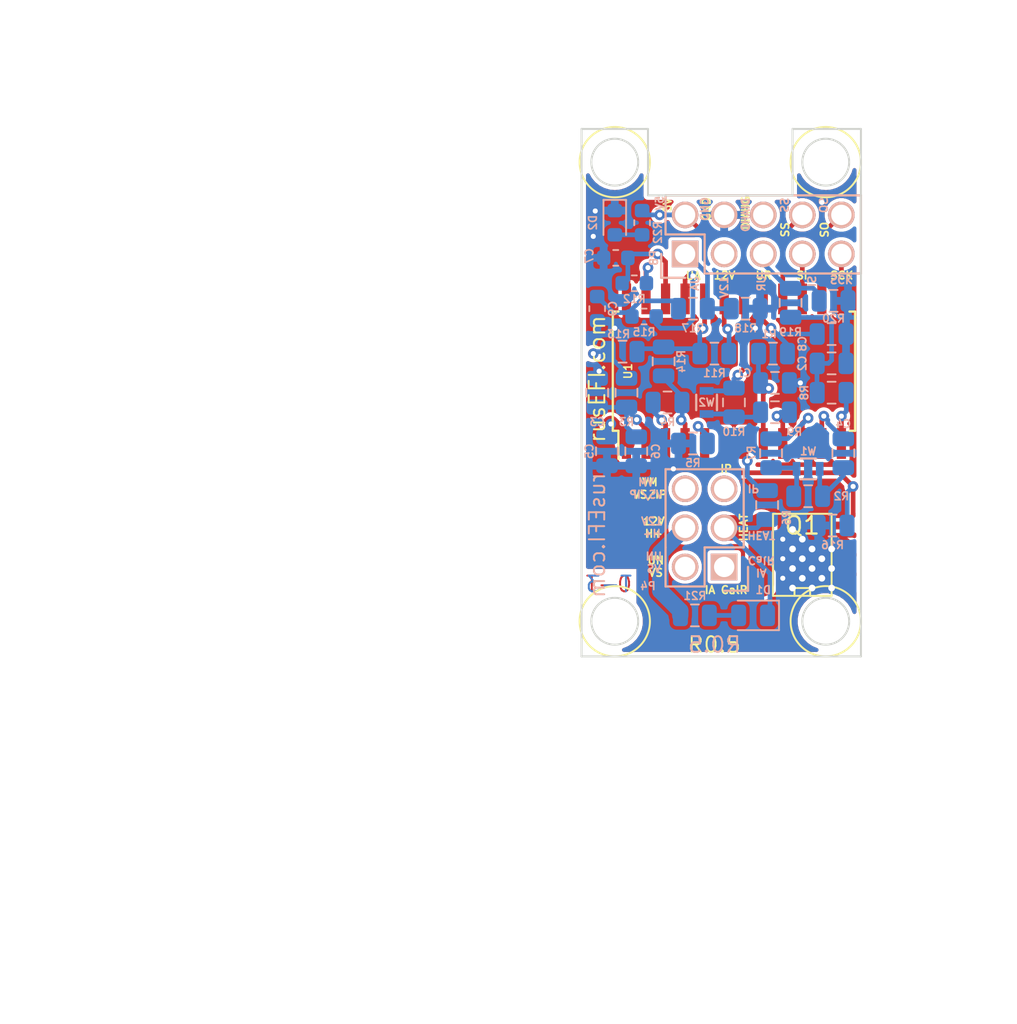
<source format=kicad_pcb>
(kicad_pcb (version 20171130) (host pcbnew "(5.1.5)-3")
  (title_block (title "CJ125 Wide O2 ") (date 2020-06-12) (rev R0.5) (company http://rusefi.com/))
  (layers (0 F.Cu signal) (1 PWR power) (2 GND power) (31 B.Cu signal) (34 B.Paste user) (35 F.Paste user) (36 B.SilkS user) (37 F.SilkS user) (38 B.Mask user) (39 F.Mask user) (44 Edge.Cuts user))
  (net 0 "")
  (net 1 GND)
  (net 2 /RST)
  (net 3 /CJ125_UR)
  (net 4 /UN)
  (net 5 "Net-(C4-Pad1)")
  (net 6 /CM)
  (net 7 /WO2-12V)
  (net 8 /CF)
  (net 9 /CJ125_5v)
  (net 10 /CJ125_UA)
  (net 11 /CJ125_IP)
  (net 12 /CJ125_HEATER)
  (net 13 /CJ125_IA)
  (net 14 /CJ125_VM)
  (net 15 /CJ125_UN)
  (net 16 /CJ125_SS)
  (net 17 /CJ125_SI)
  (net 18 /CJ125_SO)
  (net 19 /CJ125_SCK)
  (net 20 "Net-(R2-Pad1)")
  (net 21 /OSZ)
  (net 22 /DIAHD)
  (net 23 /RM)
  (net 24 /UR)
  (net 25 "Net-(R10-Pad2)")
  (net 26 /RS)
  (net 27 /UP)
  (net 28 /US)
  (net 29 /RF)
  (net 30 /UA)
  (net 31 /DIAHG)
  (net 32 "Net-(P8-Pad1)")
  (net 33 "Net-(P8-Pad5)")
  (net 34 "Net-(D1-Pad2)")
  (net 35 "Net-(D2-Pad2)")
  (module Resistor_SMD:R_0805_2012Metric (layer B.Cu) (at 118.745 136.525 180)
    (fp_text reference R21 (at 0 1.27) (layer B.SilkS) (effects (font (size 0.508 0.508) (thickness 0.1016)) (justify mirror)))
    (fp_text value 4.7k)
    (pad 2 smd roundrect (at 0.9375 0 180) (size 0.975 1.4) (layers B.Cu B.Paste B.Mask) (net 7 /WO2-12V))
    (pad 1 smd roundrect (at -0.9375 0 180) (size 0.975 1.4) (layers B.Cu B.Paste B.Mask) (net 34 "Net-(D1-Pad2)"))
  )
  (module Resistor_SMD:R_0805_2012Metric (layer B.Cu) (at 127.762 116.078)
    (fp_text reference R20 (at 0 1.143) (layer B.SilkS) (effects (font (size 0.508 0.508) (thickness 0.1016)) (justify mirror)))
    (fp_text value 10k)
    (pad 2 smd roundrect (at 0.9375 0) (size 0.975 1.4) (layers B.Cu B.Paste B.Mask) (net 1 GND))
    (pad 1 smd roundrect (at -0.9375 0) (size 0.975 1.4) (layers B.Cu B.Paste B.Mask) (net 33 "Net-(P8-Pad5)"))
  )
  (module Resistor_SMD:R_0805_2012Metric (layer B.Cu) (at 124.968 116.205 270)
    (fp_text reference R19 (at 1.905 0 180) (layer B.SilkS) (effects (font (size 0.508 0.508) (thickness 0.1016)) (justify mirror)))
    (fp_text value 6.8k)
    (pad 2 smd roundrect (at 0.9375 0 270) (size 0.975 1.4) (layers B.Cu B.Paste B.Mask) (net 3 /CJ125_UR))
    (pad 1 smd roundrect (at -0.9375 0 270) (size 0.975 1.4) (layers B.Cu B.Paste B.Mask) (net 33 "Net-(P8-Pad5)"))
  )
  (module Resistor_SMD:R_0805_2012Metric (layer B.Cu) (at 122.047 116.586)
    (fp_text reference R18 (at 0 1.27) (layer B.SilkS) (effects (font (size 0.508 0.508) (thickness 0.1016)) (justify mirror)))
    (fp_text value 10k)
    (pad 2 smd roundrect (at 0.9375 0) (size 0.975 1.4) (layers B.Cu B.Paste B.Mask) (net 1 GND))
    (pad 1 smd roundrect (at -0.9375 0) (size 0.975 1.4) (layers B.Cu B.Paste B.Mask) (net 32 "Net-(P8-Pad1)"))
  )
  (module Resistor_SMD:R_0805_2012Metric (layer B.Cu) (at 118.618 116.586 180)
    (fp_text reference R17 (at 0 -1.27) (layer B.SilkS) (effects (font (size 0.508 0.508) (thickness 0.1016)) (justify mirror)))
    (fp_text value 6.8k)
    (pad 2 smd roundrect (at 0.9375 0 180) (size 0.975 1.4) (layers B.Cu B.Paste B.Mask) (net 10 /CJ125_UA))
    (pad 1 smd roundrect (at -0.9375 0 180) (size 0.975 1.4) (layers B.Cu B.Paste B.Mask) (net 32 "Net-(P8-Pad1)"))
  )
  (module Resistor_SMD:R_0805_2012Metric (layer B.Cu) (at 127.6985 130.683)
    (fp_text reference R16 (at 0 1.27) (layer B.SilkS) (effects (font (size 0.508 0.508) (thickness 0.1016)) (justify mirror)))
    (fp_text value 10k)
    (pad 2 smd roundrect (at 0.9375 0) (size 0.975 1.4) (layers B.Cu B.Paste B.Mask) (net 31 /DIAHG))
    (pad 1 smd roundrect (at -0.9375 0) (size 0.975 1.4) (layers B.Cu B.Paste B.Mask) (net 1 GND))
  )
  (module Resistor_SMD:R_0805_2012Metric (layer B.Cu) (at 116.713 120.015 90)
    (fp_text reference R14 (at 0 1.143 90) (layer B.SilkS) (effects (font (size 0.508 0.508) (thickness 0.1016)) (justify mirror)))
    (fp_text value 511k)
    (pad 2 smd roundrect (at 0.9375 0 90) (size 0.975 1.4) (layers B.Cu B.Paste B.Mask) (net 27 /UP))
    (pad 1 smd roundrect (at -0.9375 0 90) (size 0.975 1.4) (layers B.Cu B.Paste B.Mask) (net 13 /CJ125_IA))
  )
  (module Resistor_SMD:R_0805_2012Metric (layer B.Cu) (at 114.046 119.38)
    (fp_text reference R13 (at -0.254 -1.143) (layer B.SilkS) (effects (font (size 0.508 0.508) (thickness 0.1016)) (justify mirror)))
    (fp_text value 100k)
    (pad 2 smd roundrect (at 0.9375 0) (size 0.975 1.4) (layers B.Cu B.Paste B.Mask) (net 27 /UP))
    (pad 1 smd roundrect (at -0.9375 0) (size 0.975 1.4) (layers B.Cu B.Paste B.Mask) (net 15 /CJ125_UN))
  )
  (module Resistor_SMD:R_0805_2012Metric (layer B.Cu) (at 120.015 119.507)
    (fp_text reference R11 (at 0 1.27) (layer B.SilkS) (effects (font (size 0.508 0.508) (thickness 0.1016)) (justify mirror)))
    (fp_text value 5.11k)
    (pad 2 smd roundrect (at 0.9375 0) (size 0.975 1.4) (layers B.Cu B.Paste B.Mask) (net 28 /US))
    (pad 1 smd roundrect (at -0.9375 0) (size 0.975 1.4) (layers B.Cu B.Paste B.Mask) (net 27 /UP))
  )
  (module Resistor_SMD:R_0805_2012Metric (layer B.Cu) (at 121.285 122.682 270)
    (fp_text reference R10 (at 1.905 0 180) (layer B.SilkS) (effects (font (size 0.508 0.508) (thickness 0.1016)) (justify mirror)))
    (fp_text value 220)
    (pad 2 smd roundrect (at 0.9375 0 270) (size 0.975 1.4) (layers B.Cu B.Paste B.Mask) (net 25 "Net-(R10-Pad2)"))
    (pad 1 smd roundrect (at -0.9375 0 270) (size 0.975 1.4) (layers B.Cu B.Paste B.Mask) (net 14 /CJ125_VM))
  )
  (module Resistor_SMD:R_0805_2012Metric (layer B.Cu) (at 123.952 123.317)
    (fp_text reference R9 (at 1.27 1.27) (layer B.SilkS) (effects (font (size 0.508 0.508) (thickness 0.1016)) (justify mirror)))
    (fp_text value 82.5)
    (pad 2 smd roundrect (at 0.9375 0) (size 0.975 1.4) (layers B.Cu B.Paste B.Mask) (net 26 /RS))
    (pad 1 smd roundrect (at -0.9375 0) (size 0.975 1.4) (layers B.Cu B.Paste B.Mask) (net 25 "Net-(R10-Pad2)"))
  )
  (module Resistor_SMD:R_0805_2012Metric (layer B.Cu) (at 127.635 122.047 180)
    (fp_text reference R8 (at 1.778 0 90) (layer B.SilkS) (effects (font (size 0.508 0.508) (thickness 0.1016)) (justify mirror)))
    (fp_text value 1k)
    (pad 2 smd roundrect (at 0.9375 0 180) (size 0.975 1.4) (layers B.Cu B.Paste B.Mask) (net 3 /CJ125_UR))
    (pad 1 smd roundrect (at -0.9375 0 180) (size 0.975 1.4) (layers B.Cu B.Paste B.Mask) (net 24 /UR))
  )
  (module Resistor_SMD:R_0805_2012Metric (layer B.Cu) (at 123.698 125.984 270)
    (fp_text reference R7 (at 0 1.27 90) (layer B.SilkS) (effects (font (size 0.508 0.508) (thickness 0.1016)) (justify mirror)))
    (fp_text value 10k)
    (pad 2 smd roundrect (at 0.9375 0 270) (size 0.975 1.4) (layers B.Cu B.Paste B.Mask) (net 20 "Net-(R2-Pad1)"))
    (pad 1 smd roundrect (at -0.9375 0 270) (size 0.975 1.4) (layers B.Cu B.Paste B.Mask) (net 23 /RM))
  )
  (module Resistor_SMD:R_0805_2012Metric (layer B.Cu) (at 123.444 129.3495 270)
    (fp_text reference R6 (at 0.8255 -1.27 90) (layer B.SilkS) (effects (font (size 0.508 0.508) (thickness 0.1016)) (justify mirror)))
    (fp_text value 6.8k)
    (pad 2 smd roundrect (at 0.9375 0 270) (size 0.975 1.4) (layers B.Cu B.Paste B.Mask) (net 12 /CJ125_HEATER))
    (pad 1 smd roundrect (at -0.9375 0 270) (size 0.975 1.4) (layers B.Cu B.Paste B.Mask) (net 22 /DIAHD))
  )
  (module Resistor_SMD:R_0805_2012Metric (layer B.Cu) (at 118.618 125.349)
    (fp_text reference R5 (at 0 1.27) (layer B.SilkS) (effects (font (size 0.508 0.508) (thickness 0.1016)) (justify mirror)))
    (fp_text value 10k)
    (pad 2 smd roundrect (at 0.9375 0) (size 0.975 1.4) (layers B.Cu B.Paste B.Mask) (net 21 /OSZ))
    (pad 1 smd roundrect (at -0.9375 0) (size 0.975 1.4) (layers B.Cu B.Paste B.Mask) (net 1 GND))
  )
  (module Resistor_SMD:R_0805_2012Metric (layer B.Cu) (at 116.967 122.682)
    (fp_text reference R4 (at 0 1.27) (layer B.SilkS) (effects (font (size 0.508 0.508) (thickness 0.1016)) (justify mirror)))
    (fp_text value 61.9)
    (pad 2 smd roundrect (at 0.9375 0) (size 0.975 1.4) (layers B.Cu B.Paste B.Mask) (net 13 /CJ125_IA))
    (pad 1 smd roundrect (at -0.9375 0) (size 0.975 1.4) (layers B.Cu B.Paste B.Mask) (net 11 /CJ125_IP))
  )
  (module Resistor_SMD:R_0805_2012Metric (layer B.Cu) (at 114.3 122.047 90)
    (fp_text reference R3 (at -1.905 0 180) (layer B.SilkS) (effects (font (size 0.508 0.508) (thickness 0.1016)) (justify mirror)))
    (fp_text value 0R)
    (pad 2 smd roundrect (at 0.9375 0 90) (size 0.975 1.4) (layers B.Cu B.Paste B.Mask) (net 15 /CJ125_UN))
    (pad 1 smd roundrect (at -0.9375 0 90) (size 0.975 1.4) (layers B.Cu B.Paste B.Mask) (net 4 /UN))
  )
  (module Resistor_SMD:R_0805_2012Metric (layer B.Cu) (at 126.111 128.778)
    (fp_text reference R2 (at 2.159 0) (layer B.SilkS) (effects (font (size 0.508 0.508) (thickness 0.1016)) (justify mirror)))
    (fp_text value 21k6)
    (pad 2 smd roundrect (at 0.9375 0) (size 0.975 1.4) (layers B.Cu B.Paste B.Mask) (net 5 "Net-(C4-Pad1)"))
    (pad 1 smd roundrect (at -0.9375 0) (size 0.975 1.4) (layers B.Cu B.Paste B.Mask) (net 20 "Net-(R2-Pad1)"))
  )
  (module Resistor_SMD:R_0805_2012Metric (layer B.Cu) (at 123.825 119.507)
    (fp_text reference R1 (at -0.254 -1.27) (layer B.SilkS) (effects (font (size 0.508 0.508) (thickness 0.1016)) (justify mirror)))
    (fp_text value 10k)
    (pad 2 smd roundrect (at 0.9375 0) (size 0.975 1.4) (layers B.Cu B.Paste B.Mask) (net 9 /CJ125_5v))
    (pad 1 smd roundrect (at -0.9375 0) (size 0.975 1.4) (layers B.Cu B.Paste B.Mask) (net 2 /RST))
  )
  (module LED_SMD:LED_0805_2012Metric (layer B.Cu) (at 122.5296 136.525 180)
    (fp_text reference D1 (at -0.6604 1.65) (layer B.SilkS) (effects (font (size 0.508 0.508) (thickness 0.1016)) (justify mirror)))
    (fp_text value LED-RED)
    (pad 2 smd roundrect (at 0.9375 0 180) (size 0.975 1.4) (layers B.Cu B.Paste B.Mask) (net 34 "Net-(D1-Pad2)"))
    (pad 1 smd roundrect (at -0.9375 0 180) (size 0.975 1.4) (layers B.Cu B.Paste B.Mask) (net 12 /CJ125_HEATER))
  )
  (module Capacitor_SMD:C_0805_2012Metric (layer B.Cu) (at 127.635 118.237 180)
    (fp_text reference C8 (at 1.905 -0.635 90) (layer B.SilkS) (effects (font (size 0.508 0.508) (thickness 0.1016)) (justify mirror)))
    (fp_text value 0.033uF)
    (pad 2 smd roundrect (at 0.9375 0 180) (size 0.975 1.4) (layers B.Cu B.Paste B.Mask) (net 9 /CJ125_5v))
    (pad 1 smd roundrect (at -0.9375 0 180) (size 0.975 1.4) (layers B.Cu B.Paste B.Mask) (net 1 GND))
  )
  (module Capacitor_SMD:C_0805_2012Metric (layer B.Cu) (at 113.03 125.857 90)
    (fp_text reference C6 (at 0 3.175 90) (layer B.SilkS) (effects (font (size 0.508 0.508) (thickness 0.1016)) (justify mirror)))
    (fp_text value 0.033uF)
    (pad 2 smd roundrect (at 0.9375 0 90) (size 0.975 1.4) (layers B.Cu B.Paste B.Mask) (net 7 /WO2-12V))
    (pad 1 smd roundrect (at -0.9375 0 90) (size 0.975 1.4) (layers B.Cu B.Paste B.Mask) (net 1 GND))
  )
  (module Capacitor_SMD:C_0805_2012Metric (layer B.Cu) (at 114.935 125.857 270)
    (fp_text reference C5 (at 0 3.048 270) (layer B.SilkS) (effects (font (size 0.508 0.508) (thickness 0.1016)) (justify mirror)))
    (fp_text value 220pf)
    (pad 2 smd roundrect (at 0.9375 0 270) (size 0.975 1.4) (layers B.Cu B.Paste B.Mask) (net 1 GND))
    (pad 1 smd roundrect (at -0.9375 0 270) (size 0.975 1.4) (layers B.Cu B.Paste B.Mask) (net 4 /UN))
  )
  (module Capacitor_SMD:C_0805_2012Metric (layer B.Cu) (at 128.397 125.984 90)
    (fp_text reference C4 (at 1.905 0 180) (layer B.SilkS) (effects (font (size 0.508 0.508) (thickness 0.1016)) (justify mirror)))
    (fp_text value 0.1uF)
    (pad 2 smd roundrect (at 0.9375 0 90) (size 0.975 1.4) (layers B.Cu B.Paste B.Mask) (net 6 /CM))
    (pad 1 smd roundrect (at -0.9375 0 90) (size 0.975 1.4) (layers B.Cu B.Paste B.Mask) (net 5 "Net-(C4-Pad1)"))
  )
  (module Capacitor_SMD:C_0805_2012Metric (layer B.Cu) (at 112.395 122.047 90)
    (fp_text reference C3 (at -1.905 0 180) (layer B.SilkS) (effects (font (size 0.508 0.508) (thickness 0.1016)) (justify mirror)))
    (fp_text value DNP)
    (pad 2 smd roundrect (at 0.9375 0 90) (size 0.975 1.4) (layers B.Cu B.Paste B.Mask) (net 1 GND))
    (pad 1 smd roundrect (at -0.9375 0 90) (size 0.975 1.4) (layers B.Cu B.Paste B.Mask) (net 4 /UN))
  )
  (module Capacitor_SMD:C_0805_2012Metric (layer B.Cu) (at 127.635 120.142)
    (fp_text reference C2 (at -1.905 0 90) (layer B.SilkS) (effects (font (size 0.508 0.508) (thickness 0.1016)) (justify mirror)))
    (fp_text value 0.033uF)
    (pad 2 smd roundrect (at 0.9375 0) (size 0.975 1.4) (layers B.Cu B.Paste B.Mask) (net 1 GND))
    (pad 1 smd roundrect (at -0.9375 0) (size 0.975 1.4) (layers B.Cu B.Paste B.Mask) (net 3 /CJ125_UR))
  )
  (module Capacitor_SMD:C_0805_2012Metric (layer B.Cu) (at 123.952 121.412)
    (fp_text reference C1 (at -2.032 -0.635 180) (layer B.SilkS) (effects (font (size 0.508 0.508) (thickness 0.1016)) (justify mirror)))
    (fp_text value 1000pF)
    (pad 2 smd roundrect (at 0.9375 0) (size 0.975 1.4) (layers B.Cu B.Paste B.Mask) (net 1 GND))
    (pad 1 smd roundrect (at -0.9375 0) (size 0.975 1.4) (layers B.Cu B.Paste B.Mask) (net 2 /RST))
  )
  (module Socket_Strips:Socket_Strip_Straight_2x05 (layer B.Cu) (at 118.11 113.03)
    (fp_text reference P8 (at -2.032 0.254 90) (layer B.SilkS) (effects (font (size 0.508 0.508) (thickness 0.1016)) (justify mirror)))
    (fp_text value CONN_02X05 hide)
    (pad 1 thru_hole rect (at 0 0) (size 1.7272 1.7272) (drill 1.3208) (layers *.Cu *.Mask B.SilkS) (net 32 "Net-(P8-Pad1)"))
    (pad 2 thru_hole oval (at 0 -2.54) (size 1.7272 1.7272) (drill 1.3208) (layers *.Cu *.Mask B.SilkS) (net 9 /CJ125_5v))
    (pad 3 thru_hole oval (at 2.54 0) (size 1.7272 1.7272) (drill 1.3208) (layers *.Cu *.Mask B.SilkS) (net 7 /WO2-12V))
    (pad 4 thru_hole oval (at 2.54 -2.54) (size 1.7272 1.7272) (drill 1.3208) (layers *.Cu *.Mask B.SilkS) (net 1 GND))
    (pad 5 thru_hole oval (at 5.08 0) (size 1.7272 1.7272) (drill 1.3208) (layers *.Cu *.Mask B.SilkS) (net 33 "Net-(P8-Pad5)"))
    (pad 6 thru_hole oval (at 5.08 -2.54) (size 1.7272 1.7272) (drill 1.3208) (layers *.Cu *.Mask B.SilkS) (net 31 /DIAHG))
    (pad 7 thru_hole oval (at 7.62 0) (size 1.7272 1.7272) (drill 1.3208) (layers *.Cu *.Mask B.SilkS) (net 17 /CJ125_SI))
    (pad 8 thru_hole oval (at 7.62 -2.54) (size 1.7272 1.7272) (drill 1.3208) (layers *.Cu *.Mask B.SilkS) (net 16 /CJ125_SS))
    (pad 9 thru_hole oval (at 10.16 0) (size 1.7272 1.7272) (drill 1.3208) (layers *.Cu *.Mask B.SilkS) (net 19 /CJ125_SCK))
    (pad 10 thru_hole oval (at 10.16 -2.54) (size 1.7272 1.7272) (drill 1.3208) (layers *.Cu *.Mask B.SilkS) (net 18 /CJ125_SO))
  )
  (module Resistor_SMD:R_0603_1608Metric (layer B.Cu) (at 115.443 117.094)
    (fp_text reference R15 (at 0 1.016) (layer B.SilkS) (effects (font (size 0.508 0.508) (thickness 0.1016)) (justify mirror)))
    (fp_text value 1k)
    (pad 2 smd roundrect (at 0.7875 0) (size 0.875 0.95) (layers B.Cu B.Paste B.Mask) (net 30 /UA))
    (pad 1 smd roundrect (at -0.7875 0) (size 0.875 0.95) (layers B.Cu B.Paste B.Mask) (net 10 /CJ125_UA))
  )
  (module Capacitor_SMD:C_0603_1608Metric (layer B.Cu) (at 112.395 116.586 90)
    (fp_text reference C9 (at 0 1.016 90) (layer B.SilkS) (effects (font (size 0.508 0.508) (thickness 0.1016)) (justify mirror)))
    (fp_text value 0.033uF)
    (pad 2 smd roundrect (at 0.7875 0 90) (size 0.875 0.95) (layers B.Cu B.Paste B.Mask) (net 10 /CJ125_UA))
    (pad 1 smd roundrect (at -0.7875 0 90) (size 0.875 0.95) (layers B.Cu B.Paste B.Mask) (net 1 GND))
  )
  (module Resistor_SMD:R_0603_1608Metric (layer B.Cu) (at 115.316 110.998 270)
    (fp_text reference R22 (at 0.635 -1.016 90) (layer B.SilkS) (effects (font (size 0.508 0.508) (thickness 0.1016)) (justify mirror)))
    (fp_text value 1k)
    (pad 2 smd roundrect (at 0.7875 0 270) (size 0.875 0.95) (layers B.Cu B.Paste B.Mask) (net 35 "Net-(D2-Pad2)"))
    (pad 1 smd roundrect (at -0.7875 0 270) (size 0.875 0.95) (layers B.Cu B.Paste B.Mask) (net 9 /CJ125_5v))
  )
  (module LED_SMD:LED_0603_1608Metric (layer B.Cu) (at 113.538 110.998 270)
    (fp_text reference D2 (at 0 1.43 90) (layer B.SilkS) (effects (font (size 0.508 0.508) (thickness 0.1016)) (justify mirror)))
    (fp_text value LED-GRN)
    (pad 2 smd roundrect (at 0.7875 0 270) (size 0.875 0.95) (layers B.Cu B.Paste B.Mask) (net 35 "Net-(D2-Pad2)"))
    (pad 1 smd roundrect (at -0.7875 0 270) (size 0.875 0.95) (layers B.Cu B.Paste B.Mask) (net 1 GND))
  )
  (module Resistor_SMD:R_0603_1608Metric (layer B.Cu) (at 114.808 114.935)
    (fp_text reference R12 (at 0 1.016) (layer B.SilkS) (effects (font (size 0.508 0.508) (thickness 0.1016)) (justify mirror)))
    (fp_text value 100k)
    (pad 2 smd roundrect (at 0.7875 0) (size 0.875 0.95) (layers B.Cu B.Paste B.Mask) (net 29 /RF))
    (pad 1 smd roundrect (at -0.7875 0) (size 0.875 0.95) (layers B.Cu B.Paste B.Mask) (net 8 /CF))
  )
  (module Capacitor_SMD:C_0603_1608Metric (layer B.Cu) (at 113.6015 113.284)
    (fp_text reference C7 (at -1.7145 -0.127 90) (layer B.SilkS) (effects (font (size 0.508 0.508) (thickness 0.1016)) (justify mirror)))
    (fp_text value 0.1uF)
    (pad 2 smd roundrect (at 0.7875 0) (size 0.875 0.95) (layers B.Cu B.Paste B.Mask) (net 8 /CF))
    (pad 1 smd roundrect (at -0.7875 0) (size 0.875 0.95) (layers B.Cu B.Paste B.Mask) (net 1 GND))
  )
  (module rsuEFI_Lib:SO8E_ST (layer F.Cu) (at 125.73 132.588 90)
    (fp_text reference Q1 (at 1.905 0) (layer F.SilkS) (effects (font (size 1.143 1.143) (thickness 0.1524))))
    (fp_text value FDS2734 hide)
    (pad 1 smd rect (at 1.905 2.667 90) (size 0.508 1.143) (layers F.Cu F.Paste F.Mask) (net 31 /DIAHG))
    (pad 3 smd rect (at 0.635 2.667 90) (size 0.508 1.143) (layers F.Cu F.Paste F.Mask) (net 1 GND))
    (pad 3 smd rect (at -0.635 2.667 90) (size 0.508 1.143) (layers F.Cu F.Paste F.Mask) (net 1 GND))
    (pad 2 smd rect (at 1.905 -2.667 90) (size 0.508 1.143) (layers F.Cu F.Paste F.Mask) (net 12 /CJ125_HEATER))
    (pad 2 smd rect (at 0.635 -2.667 90) (size 0.508 1.143) (layers F.Cu F.Paste F.Mask) (net 12 /CJ125_HEATER))
    (pad 2 smd rect (at -0.635 -2.667 90) (size 0.508 1.143) (layers F.Cu F.Paste F.Mask) (net 12 /CJ125_HEATER))
    (pad 3 smd rect (at -1.905 2.667 90) (size 0.508 1.143) (layers F.Cu F.Paste F.Mask) (net 1 GND))
    (pad 2 smd rect (at -1.905 -2.667 90) (size 0.508 1.143) (layers F.Cu F.Paste F.Mask) (net 12 /CJ125_HEATER))
  )
  (module SOIC-24_7.5x15.4mm_Pitch1.27mm (layer F.Cu) (at 121.285 120.65 90)
    (fp_text reference U1 (at 0 -6.8834 90) (layer F.SilkS) (effects (font (size 0.508 0.508) (thickness 0.1016))))
    (fp_text value CJ125)
    (pad 1 smd rect (at -4.7 -6.985 90) (size 2 0.6) (layers F.Cu F.Paste F.Mask) (net 7 /WO2-12V))
    (pad 2 smd rect (at -4.7 -5.715 90) (size 2 0.6) (layers F.Cu F.Paste F.Mask) (net 4 /UN))
    (pad 3 smd rect (at -4.7 -4.445 90) (size 2 0.6) (layers F.Cu F.Paste F.Mask) (net 11 /CJ125_IP))
    (pad 4 smd rect (at -4.7 -3.175 90) (size 2 0.6) (layers F.Cu F.Paste F.Mask) (net 13 /CJ125_IA))
    (pad 5 smd rect (at -4.7 -1.905 90) (size 2 0.6) (layers F.Cu F.Paste F.Mask) (net 21 /OSZ))
    (pad 6 smd rect (at -4.7 -0.635 90) (size 2 0.6) (layers F.Cu F.Paste F.Mask) (net 31 /DIAHG))
    (pad 7 smd rect (at -4.7 0.635 90) (size 2 0.6) (layers F.Cu F.Paste F.Mask) (net 22 /DIAHD))
    (pad 8 smd rect (at -4.7 1.905 90) (size 2 0.6) (layers F.Cu F.Paste F.Mask) (net 2 /RST))
    (pad 9 smd rect (at -4.7 3.175 90) (size 2 0.6) (layers F.Cu F.Paste F.Mask) (net 26 /RS))
    (pad 10 smd rect (at -4.7 4.445 90) (size 2 0.6) (layers F.Cu F.Paste F.Mask) (net 23 /RM))
    (pad 11 smd rect (at -4.7 5.715 90) (size 2 0.6) (layers F.Cu F.Paste F.Mask) (net 6 /CM))
    (pad 12 smd rect (at -4.7 6.985 90) (size 2 0.6) (layers F.Cu F.Paste F.Mask) (net 24 /UR))
    (pad 13 smd rect (at 4.7 6.985 90) (size 2 0.6) (layers F.Cu F.Paste F.Mask) (net 19 /CJ125_SCK))
    (pad 14 smd rect (at 4.7 5.715 90) (size 2 0.6) (layers F.Cu F.Paste F.Mask) (net 18 /CJ125_SO))
    (pad 15 smd rect (at 4.7 4.445 90) (size 2 0.6) (layers F.Cu F.Paste F.Mask) (net 17 /CJ125_SI))
    (pad 16 smd rect (at 4.7 3.175 90) (size 2 0.6) (layers F.Cu F.Paste F.Mask) (net 16 /CJ125_SS))
    (pad 17 smd rect (at 4.7 1.905 90) (size 2 0.6) (layers F.Cu F.Paste F.Mask) (net 9 /CJ125_5v))
    (pad 18 smd rect (at 4.7 0.635 90) (size 2 0.6) (layers F.Cu F.Paste F.Mask) (net 14 /CJ125_VM))
    (pad 19 smd rect (at 4.7 -0.635 90) (size 2 0.6) (layers F.Cu F.Paste F.Mask) (net 28 /US))
    (pad 20 smd rect (at 4.7 -1.905 90) (size 2 0.6) (layers F.Cu F.Paste F.Mask) (net 27 /UP))
    (pad 21 smd rect (at 4.7 -3.175 90) (size 2 0.6) (layers F.Cu F.Paste F.Mask) (net 30 /UA))
    (pad 22 smd rect (at 4.7 -4.445 90) (size 2 0.6) (layers F.Cu F.Paste F.Mask) (net 8 /CF))
    (pad 23 smd rect (at 4.7 -5.715 90) (size 2 0.6) (layers F.Cu F.Paste F.Mask) (net 29 /RF))
    (pad 24 smd rect (at 4.7 -6.985 90) (size 2 0.6) (layers F.Cu F.Paste F.Mask) (net 1 GND))
  )
  (module Socket_Strips:Socket_Strip_Straight_2x03 (layer B.Cu) (at 120.65 133.3754 90)
    (fp_text reference P4 (at -1.2446 -4.953) (layer B.SilkS) (effects (font (size 0.508 0.508) (thickness 0.1016)) (justify mirror)))
    (fp_text value CONN_02X03 hide)
    (pad 1 thru_hole rect (at 0 0 90) (size 1.7272 1.7272) (drill 1.3208) (layers *.Cu *.Mask B.SilkS) (net 13 /CJ125_IA))
    (pad 2 thru_hole oval (at 0 -2.54 90) (size 1.7272 1.7272) (drill 1.3208) (layers *.Cu *.Mask B.SilkS) (net 15 /CJ125_UN))
    (pad 3 thru_hole oval (at 2.54 0 90) (size 1.7272 1.7272) (drill 1.3208) (layers *.Cu *.Mask B.SilkS) (net 12 /CJ125_HEATER))
    (pad 4 thru_hole oval (at 2.54 -2.54 90) (size 1.7272 1.7272) (drill 1.3208) (layers *.Cu *.Mask B.SilkS) (net 7 /WO2-12V))
    (pad 5 thru_hole oval (at 5.08 0 90) (size 1.7272 1.7272) (drill 1.3208) (layers *.Cu *.Mask B.SilkS) (net 11 /CJ125_IP))
    (pad 6 thru_hole oval (at 5.08 -2.54 90) (size 1.7272 1.7272) (drill 1.3208) (layers *.Cu *.Mask B.SilkS) (net 14 /CJ125_VM))
  )
  (module R_0603 (layer B.Cu) (at 126.111 127 180)
    (fp_text reference W1 (at 0 1.143 180) (layer B.SilkS) (effects (font (size 0.50038 0.50038) (thickness 0.10922)) (justify mirror)))
    (fp_text value TEST hide)
    (pad 1 smd rect (at -0.75 0 180) (size 0.5 0.9) (layers B.Cu B.Paste B.Mask) (net 5 "Net-(C4-Pad1)"))
    (pad 2 smd rect (at 0.75 0 180) (size 0.5 0.9) (layers B.Cu B.Paste B.Mask) (net 20 "Net-(R2-Pad1)"))
  )
  (module R_0603 (layer B.Cu) (at 119.507 122.682 90)
    (fp_text reference W2 (at 0 0) (layer B.SilkS) (effects (font (size 0.50038 0.50038) (thickness 0.10922)) (justify mirror)))
    (fp_text value TEST hide)
    (pad 1 smd rect (at -0.75 0 90) (size 0.5 0.9) (layers B.Cu B.Paste B.Mask) (net 25 "Net-(R10-Pad2)"))
    (pad 2 smd rect (at 0.75 0 90) (size 0.5 0.9) (layers B.Cu B.Paste B.Mask) (net 14 /CJ125_VM))
  )
  (gr_text rusEFI.com (at 112.395 131.318 90) (layer B.SilkS) (effects (font (size 1 1) (thickness 0.127)) (justify mirror)))
  (gr_text R0.5 (at 120.015 138.43) (layer B.SilkS) (effects (font (size 1.016 1.016) (thickness 0.127)) (justify mirror)))
  (gr_line (start 129.54 104.902) (end 125.095 104.902) (angle 90) (layer Edge.Cuts) (width 0.127))
  (gr_line (start 125.095 109.22) (end 125.095 104.902) (angle 90) (layer Edge.Cuts) (width 0.127))
  (gr_line (start 115.697 104.902) (end 111.379 104.902) (angle 90) (layer Edge.Cuts) (width 0.127))
  (gr_line (start 115.697 109.22) (end 115.697 104.902) (angle 90) (layer Edge.Cuts) (width 0.127))
  (gr_arc (start 127.254 107.061) (end 128.778 107.061) (angle 360) (layer Edge.Cuts) (width 0.127))
  (gr_arc (start 113.538 107.061) (end 115.062 107.061) (angle 360) (layer Edge.Cuts) (width 0.127))
  (gr_circle (center 127.254 107.061) (end 129.54 107.061) (layer F.SilkS) (width 0.127))
  (gr_circle (center 127.254 136.906) (end 129.54 136.906) (layer F.SilkS) (width 0.127))
  (gr_circle (center 113.538 136.906) (end 113.538 139.192) (layer F.SilkS) (width 0.127))
  (gr_circle (center 113.538 107.061) (end 115.824 107.061) (layer F.SilkS) (width 0.127))
  (gr_circle (center 127.254 136.906) (end 127.254 138.43) (layer Edge.Cuts) (width 0.127))
  (gr_circle (center 113.538 136.906) (end 113.538 138.43) (layer Edge.Cuts) (width 0.127))
  (gr_line (start 111.379 139.192) (end 129.54 139.192) (angle 90) (layer Edge.Cuts) (width 0.127))
  (gr_text rusEFI.com (at 112.395 121.158 90) (layer F.SilkS) (effects (font (size 1.016 1.016) (thickness 0.127))))
  (gr_text "IA\nCalR" (at 123.063 133.35 180) (layer B.SilkS) (effects (font (size 0.50038 0.50038) (thickness 0.10922)) (justify mirror)))
  (gr_text HEAT (at 123.063 131.318 180) (layer B.SilkS) (effects (font (size 0.50038 0.50038) (thickness 0.10922)) (justify mirror)))
  (gr_text "VM\nVS/IP" (at 115.57 128.27) (layer B.SilkS) (effects (font (size 0.50038 0.50038) (thickness 0.10922)) (justify mirror)))
  (gr_text "12V\nH+" (at 115.951 130.81) (layer B.SilkS) (effects (font (size 0.50038 0.50038) (thickness 0.10922)) (justify mirror)))
  (gr_text "UN\nVS" (at 116.078 133.096) (layer B.SilkS) (effects (font (size 0.50038 0.50038) (thickness 0.10922)) (justify mirror)))
  (gr_text IP (at 122.555 128.27 180) (layer B.SilkS) (effects (font (size 0.50038 0.50038) (thickness 0.10922)) (justify mirror)))
  (gr_text 5V (at 116.459 109.728 90) (layer B.SilkS) (effects (font (size 0.50038 0.50038) (thickness 0.10922)) (justify mirror)))
  (gr_text GND (at 119.38 110.109 90) (layer B.SilkS) (effects (font (size 0.50038 0.50038) (thickness 0.10922)) (justify mirror)))
  (gr_text DIAHD (at 122.047 110.49 90) (layer B.SilkS) (effects (font (size 0.50038 0.50038) (thickness 0.10922)) (justify mirror)))
  (gr_text SS (at 124.587 109.855 90) (layer B.SilkS) (effects (font (size 0.50038 0.50038) (thickness 0.10922)) (justify mirror)))
  (gr_text SO (at 127.127 109.855 90) (layer B.SilkS) (effects (font (size 0.50038 0.50038) (thickness 0.10922)) (justify mirror)))
  (gr_text SI (at 126.365 114.808 90) (layer B.SilkS) (effects (font (size 0.50038 0.50038) (thickness 0.10922)) (justify mirror)))
  (gr_text SCK (at 128.27 114.681 180) (layer B.SilkS) (effects (font (size 0.50038 0.50038) (thickness 0.10922)) (justify mirror)))
  (gr_text UR (at 123.063 114.935 90) (layer B.SilkS) (effects (font (size 0.50038 0.50038) (thickness 0.10922)) (justify mirror)))
  (gr_text 12V (at 120.65 115.189 90) (layer B.SilkS) (effects (font (size 0.50038 0.50038) (thickness 0.10922)) (justify mirror)))
  (gr_text UA (at 118.745 114.935 90) (layer B.SilkS) (effects (font (size 0.50038 0.50038) (thickness 0.10922)) (justify mirror)))
  (gr_text "IA CalR" (at 120.777 134.874) (layer F.SilkS) (effects (font (size 0.50038 0.50038) (thickness 0.10922))))
  (gr_text HEAT (at 121.92 130.81 90) (layer F.SilkS) (effects (font (size 0.50038 0.50038) (thickness 0.10922))))
  (gr_text IP (at 120.777 127) (layer F.SilkS) (effects (font (size 0.50038 0.50038) (thickness 0.10922))))
  (gr_text "UN\nVS" (at 116.205 133.35) (layer F.SilkS) (effects (font (size 0.50038 0.50038) (thickness 0.10922))))
  (gr_text "12V\nH+" (at 116.078 130.81) (layer F.SilkS) (effects (font (size 0.50038 0.50038) (thickness 0.10922))))
  (gr_text "VM\nVS/IP" (at 115.824 128.27) (layer F.SilkS) (effects (font (size 0.50038 0.50038) (thickness 0.10922))))
  (gr_text UA (at 118.6434 114.4524) (layer F.SilkS) (effects (font (size 0.50038 0.50038) (thickness 0.10922))))
  (gr_text 12V (at 120.6754 114.427) (layer F.SilkS) (effects (font (size 0.50038 0.50038) (thickness 0.10922))))
  (gr_text UR (at 123.2154 114.427) (layer F.SilkS) (effects (font (size 0.50038 0.50038) (thickness 0.10922))))
  (gr_text SCK (at 128.2954 114.427) (layer F.SilkS) (effects (font (size 0.50038 0.50038) (thickness 0.10922))))
  (gr_text SI (at 125.7046 114.427) (layer F.SilkS) (effects (font (size 0.50038 0.50038) (thickness 0.10922))))
  (gr_text SO (at 127.1778 111.4552 90) (layer F.SilkS) (effects (font (size 0.50038 0.50038) (thickness 0.10922))))
  (gr_text SS (at 124.6124 111.4552 90) (layer F.SilkS) (effects (font (size 0.50038 0.50038) (thickness 0.10922))))
  (gr_text DIAHG (at 122.047 110.363 90) (layer F.SilkS) (effects (font (size 0.50038 0.50038) (thickness 0.10922))))
  (gr_text GND (at 119.507 110.109 90) (layer F.SilkS) (effects (font (size 0.50038 0.50038) (thickness 0.10922))))
  (gr_text 5V (at 116.967 109.855 90) (layer F.SilkS) (effects (font (size 0.50038 0.50038) (thickness 0.10922))))
  (gr_text R0.5 (at 120.015 138.43) (layer F.SilkS) (effects (font (size 1.016 1.016) (thickness 0.127))))
  (gr_text T-0 (at 113.157 134.493) (layer F.Cu) (effects (font (size 1.016 1.016) (thickness 0.127))))
  (gr_line (start 115.697 109.22) (end 125.095 109.22) (angle 90) (layer Edge.Cuts) (width 0.127))
  (gr_line (start 111.379 139.192) (end 111.379 104.902) (angle 90) (layer Edge.Cuts) (width 0.127))
  (gr_line (start 129.54 104.902) (end 129.54 139.192) (angle 90) (layer Edge.Cuts) (width 0.127))
  (gr_text T-3 (at 113.157 134.493) (layer B.Cu) (effects (font (size 1.016 1.016) (thickness 0.127)) (justify mirror)))
  (segment (start 122.87 116.586) (end 122.87 117.668) (width 0.3048) (layer B.Cu) (net 1))
  (via (at 122.682 117.856) (size 0.6858) (drill 0.3302) (layers F.Cu B.Cu) (net 1))
  (segment (start 122.87 117.668) (end 122.682 117.856) (width 0.3048) (layer B.Cu) (net 1))
  (segment (start 114.3 115.95) (end 114.3 117.094) (width 0.3048) (layer F.Cu) (net 1))
  (segment (start 113.2205 117.5385) (end 113.538 117.856) (width 0.3048) (layer B.Cu) (net 1))
  (via (at 113.538 117.856) (size 0.6858) (drill 0.3302) (layers F.Cu B.Cu) (net 1))
  (segment (start 113.2205 117.5385) (end 112.395 117.5385) (width 0.3048) (layer B.Cu) (net 1))
  (segment (start 114.3 117.094) (end 113.538 117.856) (width 0.3048) (layer F.Cu) (net 1))
  (segment (start 114.935 126.8095) (end 117.1575 126.8095) (width 0.3048) (layer B.Cu) (net 1))
  (segment (start 117.6655 126.6825) (end 117.348 127) (width 0.3048) (layer B.Cu) (net 1))
  (via (at 117.348 127) (size 0.6858) (drill 0.3302) (layers F.Cu B.Cu) (net 1))
  (segment (start 117.6655 126.6825) (end 117.6655 125.349) (width 0.3048) (layer B.Cu) (net 1))
  (segment (start 117.1575 126.8095) (end 117.348 127) (width 0.3048) (layer B.Cu) (net 1))
  (segment (start 128.5875 120.142) (end 128.5875 119.5705) (width 0.3048) (layer B.Cu) (net 1))
  (via (at 127 109.6772) (size 0.6858) (drill 0.3302) (layers F.Cu B.Cu) (net 1))
  (segment (start 125.095 132.207) (end 124.46 131.572) (width 0.3048) (layer B.Cu) (net 1))
  (via (at 127.635 134.747) (size 0.78994) (drill 0.43434) (layers F.Cu B.Cu) (net 1))
  (segment (start 127.635 134.747) (end 127.635 133.477) (width 0.3048) (layer B.Cu) (net 1))
  (via (at 127.635 133.477) (size 0.78994) (drill 0.43434) (layers F.Cu B.Cu) (net 1))
  (segment (start 127.635 133.477) (end 127.635 132.207) (width 0.3048) (layer F.Cu) (net 1))
  (via (at 127.635 132.207) (size 0.78994) (drill 0.43434) (layers F.Cu B.Cu) (net 1))
  (segment (start 127.635 132.207) (end 127 131.572) (width 0.3048) (layer B.Cu) (net 1))
  (via (at 125.095 130.937) (size 0.78994) (drill 0.43434) (layers F.Cu B.Cu) (net 1))
  (segment (start 127 131.572) (end 127 132.842) (width 0.3048) (layer F.Cu) (net 1))
  (via (at 127 132.842) (size 0.78994) (drill 0.43434) (layers F.Cu B.Cu) (net 1))
  (segment (start 127 132.842) (end 127 134.112) (width 0.3048) (layer B.Cu) (net 1))
  (via (at 127 134.112) (size 0.78994) (drill 0.43434) (layers F.Cu B.Cu) (net 1))
  (segment (start 127 134.112) (end 126.365 134.747) (width 0.3048) (layer F.Cu) (net 1))
  (via (at 126.365 134.747) (size 0.78994) (drill 0.43434) (layers F.Cu B.Cu) (net 1))
  (segment (start 126.365 134.747) (end 126.365 133.477) (width 0.3048) (layer B.Cu) (net 1))
  (via (at 126.365 133.477) (size 0.78994) (drill 0.43434) (layers F.Cu B.Cu) (net 1))
  (segment (start 126.365 133.477) (end 126.365 132.207) (width 0.3048) (layer F.Cu) (net 1))
  (via (at 126.365 132.207) (size 0.78994) (drill 0.43434) (layers F.Cu B.Cu) (net 1))
  (segment (start 126.365 132.207) (end 125.73 131.572) (width 0.3048) (layer B.Cu) (net 1))
  (via (at 125.73 131.572) (size 0.78994) (drill 0.43434) (layers F.Cu B.Cu) (net 1))
  (segment (start 125.73 131.572) (end 125.73 132.842) (width 0.3048) (layer F.Cu) (net 1))
  (via (at 125.73 132.842) (size 0.78994) (drill 0.43434) (layers F.Cu B.Cu) (net 1))
  (segment (start 125.73 132.842) (end 125.73 134.112) (width 0.3048) (layer B.Cu) (net 1))
  (via (at 125.73 134.112) (size 0.78994) (drill 0.43434) (layers F.Cu B.Cu) (net 1))
  (segment (start 125.73 134.112) (end 125.095 134.747) (width 0.3048) (layer F.Cu) (net 1))
  (via (at 125.095 134.747) (size 0.78994) (drill 0.43434) (layers F.Cu B.Cu) (net 1))
  (segment (start 125.095 134.747) (end 125.095 133.477) (width 0.3048) (layer B.Cu) (net 1))
  (via (at 125.095 133.477) (size 0.78994) (drill 0.43434) (layers F.Cu B.Cu) (net 1))
  (segment (start 125.095 133.477) (end 125.095 132.207) (width 0.3048) (layer F.Cu) (net 1))
  (via (at 125.095 132.207) (size 0.78994) (drill 0.43434) (layers F.Cu B.Cu) (net 1))
  (segment (start 127.889 134.493) (end 127.635 134.747) (width 0.3048) (layer F.Cu) (net 1))
  (via (at 124.46 134.112) (size 0.6858) (drill 0.3302) (layers F.Cu B.Cu) (net 1))
  (segment (start 124.46 132.842) (end 124.46 134.112) (width 0.3048) (layer B.Cu) (net 1))
  (via (at 124.46 132.842) (size 0.6858) (drill 0.3302) (layers F.Cu B.Cu) (net 1))
  (segment (start 124.46 131.572) (end 124.46 132.842) (width 0.3048) (layer F.Cu) (net 1))
  (via (at 124.46 131.572) (size 0.6858) (drill 0.3302) (layers F.Cu B.Cu) (net 1))
  (segment (start 128.397 134.493) (end 127.889 134.493) (width 0.3048) (layer F.Cu) (net 1))
  (segment (start 128.397 131.953) (end 128.397 133.223) (width 1.0668) (layer F.Cu) (net 1))
  (segment (start 128.397 133.223) (end 128.397 134.493) (width 1.0668) (layer F.Cu) (net 1))
  (segment (start 114.935 126.8095) (end 114.935 126.873) (width 0.3048) (layer B.Cu) (net 1))
  (segment (start 113.03 126.8095) (end 113.03 127) (width 0.3048) (layer B.Cu) (net 1))
  (segment (start 112.5855 117.5385) (end 112.395 117.5385) (width 0.3048) (layer B.Cu) (net 1))
  (segment (start 112.395 121.0945) (end 112.395 120.777) (width 0.3048) (layer B.Cu) (net 1))
  (segment (start 112.395 120.777) (end 112.522 120.65) (width 0.3048) (layer B.Cu) (net 1))
  (via (at 112.522 120.65) (size 0.6858) (drill 0.3302) (layers F.Cu B.Cu) (net 1))
  (via (at 112.268 110.236) (size 0.6858) (drill 0.3302) (layers F.Cu B.Cu) (net 1))
  (segment (start 113.538 110.2105) (end 112.2935 110.2105) (width 0.3048) (layer B.Cu) (net 1))
  (segment (start 112.2935 110.2105) (end 112.268 110.236) (width 0.3048) (layer B.Cu) (net 1))
  (via (at 112.141 111.887) (size 0.6858) (drill 0.3302) (layers F.Cu B.Cu) (net 1))
  (segment (start 112.814 113.284) (end 112.814 112.56) (width 0.3048) (layer B.Cu) (net 1))
  (segment (start 112.814 112.56) (end 112.141 111.887) (width 0.3048) (layer B.Cu) (net 1))
  (segment (start 124.7775 121.412) (end 125.603 121.412) (width 0.3048) (layer B.Cu) (net 1))
  (via (at 125.603 121.412) (size 0.6858) (drill 0.3302) (layers F.Cu B.Cu) (net 1))
  (segment (start 123.19 125.35) (end 123.19 122.1232) (width 0.3048) (layer F.Cu) (net 2))
  (segment (start 123.5456 121.7676) (end 123.19 121.412) (width 0.3048) (layer B.Cu) (net 2))
  (via (at 123.5456 121.7676) (size 0.6858) (drill 0.3302) (layers F.Cu B.Cu) (net 2))
  (segment (start 123.19 122.1232) (end 123.5456 121.7676) (width 0.3048) (layer F.Cu) (net 2))
  (segment (start 123.19 121.412) (end 122.8725 121.412) (width 0.3048) (layer B.Cu) (net 2))
  (segment (start 122.8725 121.412) (end 122.8725 119.507) (width 0.3048) (layer B.Cu) (net 2))
  (segment (start 126.873 120.142) (end 126.6825 120.142) (width 0.3048) (layer B.Cu) (net 3))
  (segment (start 126.6825 122.047) (end 126.6825 120.142) (width 0.3048) (layer B.Cu) (net 3))
  (segment (start 126.0498 117.155) (end 125.095 117.155) (width 0.3048) (layer B.Cu) (net 3))
  (segment (start 127.635 117.383558) (end 127.406442 117.155) (width 0.3048) (layer B.Cu) (net 3))
  (segment (start 127.4318 120.142) (end 127.635 119.9388) (width 0.3048) (layer B.Cu) (net 3))
  (segment (start 127.406442 117.155) (end 126.0498 117.155) (width 0.3048) (layer B.Cu) (net 3))
  (segment (start 126.6825 120.142) (end 127.4318 120.142) (width 0.3048) (layer B.Cu) (net 3))
  (segment (start 127.635 119.9388) (end 127.635 117.383558) (width 0.3048) (layer B.Cu) (net 3))
  (segment (start 115.57 125.35) (end 115.57 124.4092) (width 0.3048) (layer F.Cu) (net 4))
  (segment (start 115.57 124.4092) (end 114.9604 123.7996) (width 0.3048) (layer F.Cu) (net 4))
  (via (at 114.9604 123.7996) (size 0.6858) (drill 0.3302) (layers F.Cu B.Cu) (net 4))
  (segment (start 114.9604 123.7996) (end 114.3 123.1392) (width 0.3048) (layer B.Cu) (net 4))
  (segment (start 114.3 123.1392) (end 114.3 122.9995) (width 0.3048) (layer B.Cu) (net 4))
  (segment (start 115.1255 124.9045) (end 114.935 124.9045) (width 0.3048) (layer B.Cu) (net 4))
  (segment (start 114.3 122.9995) (end 114.3 124.2695) (width 0.3048) (layer B.Cu) (net 4))
  (segment (start 114.3 124.2695) (end 114.935 124.9045) (width 0.3048) (layer B.Cu) (net 4))
  (segment (start 112.395 122.9995) (end 114.3 122.9995) (width 0.3048) (layer B.Cu) (net 4))
  (segment (start 128.397 126.9365) (end 128.397 127.4445) (width 0.3048) (layer B.Cu) (net 5))
  (segment (start 128.397 127.4445) (end 127.0635 128.778) (width 0.3048) (layer B.Cu) (net 5))
  (segment (start 126.861 127.381) (end 126.861 128.5755) (width 0.3048) (layer B.Cu) (net 5))
  (segment (start 126.861 128.5755) (end 127.0635 128.778) (width 0.3048) (layer B.Cu) (net 5))
  (segment (start 127 125.35) (end 127 123.698) (width 0.3048) (layer F.Cu) (net 6))
  (segment (start 127.381 124.0155) (end 128.397 125.0315) (width 0.3048) (layer B.Cu) (net 6))
  (segment (start 127.381 123.825) (end 127.381 124.0155) (width 0.3048) (layer B.Cu) (net 6))
  (segment (start 127.127 123.571) (end 127.381 123.825) (width 0.3048) (layer B.Cu) (net 6))
  (via (at 127.127 123.571) (size 0.6858) (drill 0.3302) (layers F.Cu B.Cu) (net 6))
  (segment (start 127 123.698) (end 127.127 123.571) (width 0.3048) (layer F.Cu) (net 6))
  (segment (start 128.2065 125.0315) (end 128.397 125.0315) (width 0.3048) (layer B.Cu) (net 6))
  (via (at 113.284 124.079) (size 0.6858) (drill 0.3302) (layers F.Cu B.Cu) (net 7))
  (segment (start 113.284 124.079) (end 113.03 124.333) (width 0.3048) (layer B.Cu) (net 7))
  (segment (start 113.03 124.333) (end 113.03 124.9045) (width 0.3048) (layer B.Cu) (net 7))
  (segment (start 116.497099 134.927099) (end 116.497099 132.448301) (width 1.0668) (layer B.Cu) (net 7))
  (segment (start 117.246401 131.698999) (end 118.11 130.8354) (width 1.0668) (layer B.Cu) (net 7))
  (segment (start 116.497099 132.448301) (end 117.246401 131.698999) (width 1.0668) (layer B.Cu) (net 7))
  (segment (start 117.795 136.225) (end 116.497099 134.927099) (width 1.0668) (layer B.Cu) (net 7))
  (segment (start 117.795 136.525) (end 117.795 136.225) (width 1.0668) (layer B.Cu) (net 7))
  (segment (start 114.3 125.095) (end 113.284 124.079) (width 1.0668) (layer F.Cu) (net 7))
  (segment (start 114.3 125.35) (end 114.3 125.095) (width 1.0668) (layer F.Cu) (net 7))
  (segment (start 114.389 114.6935) (end 114.1475 114.935) (width 0.3048) (layer B.Cu) (net 8))
  (segment (start 114.389 113.284) (end 114.389 114.6935) (width 0.3048) (layer B.Cu) (net 8))
  (via (at 116.332 113.03) (size 0.6858) (drill 0.3302) (layers F.Cu B.Cu) (net 8))
  (segment (start 114.389 113.284) (end 114.643 113.03) (width 0.3048) (layer B.Cu) (net 8))
  (segment (start 114.643 113.03) (end 116.332 113.03) (width 0.3048) (layer B.Cu) (net 8))
  (segment (start 116.84 113.538) (end 116.332 113.03) (width 0.3048) (layer F.Cu) (net 8))
  (segment (start 116.84 115.95) (end 116.84 113.538) (width 0.3048) (layer F.Cu) (net 8))
  (segment (start 119.38 111.76) (end 118.11 110.49) (width 0.3048) (layer F.Cu) (net 9))
  (segment (start 121.1834 111.76) (end 119.38 111.76) (width 0.3048) (layer F.Cu) (net 9))
  (segment (start 121.92 112.4966) (end 121.1834 111.76) (width 0.3048) (layer F.Cu) (net 9))
  (segment (start 121.92 113.5126) (end 121.92 112.4966) (width 0.3048) (layer F.Cu) (net 9))
  (segment (start 123.19 114.7826) (end 121.92 113.5126) (width 0.3048) (layer F.Cu) (net 9))
  (segment (start 123.19 115.95) (end 123.19 114.7826) (width 0.3048) (layer F.Cu) (net 9))
  (segment (start 115.5955 110.49) (end 115.316 110.2105) (width 0.3048) (layer B.Cu) (net 9))
  (segment (start 118.11 110.49) (end 116.459 110.49) (width 0.3048) (layer B.Cu) (net 9))
  (segment (start 116.459 110.49) (end 115.5955 110.49) (width 0.3048) (layer B.Cu) (net 9))
  (via (at 116.459 110.49) (size 0.6858) (drill 0.3302) (layers F.Cu B.Cu) (net 9))
  (segment (start 123.19 115.95) (end 123.19 117.348) (width 0.3048) (layer F.Cu) (net 9))
  (via (at 123.698 117.856) (size 0.6858) (drill 0.3302) (layers F.Cu B.Cu) (net 9))
  (segment (start 123.19 117.348) (end 123.355101 117.513101) (width 0.3048) (layer F.Cu) (net 9))
  (segment (start 126.6825 118.237) (end 124.079 118.237) (width 0.3048) (layer B.Cu) (net 9))
  (segment (start 123.355101 117.513101) (end 123.698 117.856) (width 0.3048) (layer F.Cu) (net 9))
  (segment (start 124.040899 118.198899) (end 123.698 117.856) (width 0.3048) (layer B.Cu) (net 9))
  (segment (start 124.079 118.237) (end 124.040899 118.198899) (width 0.3048) (layer B.Cu) (net 9))
  (segment (start 124.7625 118.9205) (end 123.698 117.856) (width 0.3048) (layer B.Cu) (net 9))
  (segment (start 124.7625 119.507) (end 124.7625 118.9205) (width 0.3048) (layer B.Cu) (net 9))
  (segment (start 113.4365 116.84) (end 112.395 115.7985) (width 0.3048) (layer B.Cu) (net 10))
  (segment (start 114.6555 117.094) (end 114.4015 116.84) (width 0.3048) (layer B.Cu) (net 10))
  (segment (start 114.4015 116.84) (end 113.4365 116.84) (width 0.3048) (layer B.Cu) (net 10))
  (segment (start 117.348 116.078) (end 117.475 116.205) (width 0.3048) (layer B.Cu) (net 10))
  (segment (start 115.1965 116.078) (end 117.348 116.078) (width 0.3048) (layer B.Cu) (net 10))
  (segment (start 114.6555 117.094) (end 114.6555 116.619) (width 0.3048) (layer B.Cu) (net 10))
  (segment (start 114.6555 116.619) (end 115.1965 116.078) (width 0.3048) (layer B.Cu) (net 10))
  (segment (start 116.84 125.35) (end 116.84 124.079) (width 0.3048) (layer F.Cu) (net 11))
  (segment (start 116.84 124.079) (end 116.586 123.825) (width 0.3048) (layer F.Cu) (net 11))
  (segment (start 116.0145 122.682) (end 116.0145 123.2535) (width 0.3048) (layer B.Cu) (net 11))
  (segment (start 116.0145 123.2535) (end 116.586 123.825) (width 0.3048) (layer B.Cu) (net 11))
  (via (at 116.586 123.825) (size 0.6858) (drill 0.3302) (layers F.Cu B.Cu) (net 11))
  (segment (start 120.65 130.8354) (end 122.9106 130.8354) (width 1.651) (layer F.Cu) (net 12))
  (segment (start 122.9106 130.8354) (end 123.063 130.683) (width 1.651) (layer F.Cu) (net 12))
  (segment (start 123.063 134.493) (end 123.063 133.223) (width 1.651) (layer F.Cu) (net 12))
  (segment (start 123.063 133.223) (end 123.063 131.953) (width 1.651) (layer F.Cu) (net 12))
  (segment (start 123.063 131.953) (end 123.063 130.683) (width 1.651) (layer F.Cu) (net 12))
  (segment (start 122.7836 130.8354) (end 120.65 130.8354) (width 0.3048) (layer B.Cu) (net 12))
  (segment (start 123.317 130.302) (end 122.7836 130.8354) (width 0.3048) (layer B.Cu) (net 12))
  (segment (start 123.6296 133.815) (end 120.65 130.8354) (width 0.3048) (layer B.Cu) (net 12))
  (segment (start 123.6296 136.525) (end 123.6296 133.815) (width 0.3048) (layer B.Cu) (net 12))
  (segment (start 118.11 125.35) (end 118.11 124.079) (width 0.3048) (layer F.Cu) (net 13))
  (segment (start 118.11 124.079) (end 117.856 123.825) (width 0.3048) (layer F.Cu) (net 13))
  (segment (start 117.9195 122.682) (end 117.9195 122.301) (width 0.3048) (layer B.Cu) (net 13))
  (segment (start 117.9195 122.301) (end 116.713 121.0945) (width 0.3048) (layer B.Cu) (net 13))
  (segment (start 117.9195 123.7615) (end 117.9195 122.682) (width 0.3048) (layer B.Cu) (net 13))
  (segment (start 117.856 123.825) (end 117.9195 123.7615) (width 0.3048) (layer B.Cu) (net 13))
  (via (at 117.856 123.825) (size 0.6858) (drill 0.3302) (layers F.Cu B.Cu) (net 13))
  (segment (start 121.92 115.95) (end 121.92 120.523) (width 0.3048) (layer F.Cu) (net 14))
  (segment (start 121.92 120.523) (end 121.539 120.904) (width 0.3048) (layer F.Cu) (net 14))
  (segment (start 121.285 121.158) (end 121.285 121.7295) (width 0.3048) (layer B.Cu) (net 14))
  (segment (start 121.539 120.904) (end 121.285 121.158) (width 0.3048) (layer B.Cu) (net 14))
  (via (at 121.539 120.904) (size 0.6858) (drill 0.3302) (layers F.Cu B.Cu) (net 14))
  (segment (start 120.015 121.932) (end 121.0825 121.932) (width 0.3048) (layer B.Cu) (net 14))
  (segment (start 121.0825 121.932) (end 121.285 121.7295) (width 0.3048) (layer B.Cu) (net 14))
  (segment (start 121.0975 121.932) (end 121.285 121.7445) (width 0.3048) (layer B.Cu) (net 14))
  (segment (start 119.507 121.932) (end 121.0975 121.932) (width 0.3048) (layer B.Cu) (net 14))
  (segment (start 113.0935 119.38) (end 112.268 119.38) (width 0.3048) (layer B.Cu) (net 15))
  (via (at 112.141 119.507) (size 0.6858) (drill 0.3302) (layers F.Cu B.Cu) (net 15))
  (segment (start 112.268 119.38) (end 112.141 119.507) (width 0.3048) (layer B.Cu) (net 15))
  (segment (start 114.3 121.0945) (end 114.3 120.777) (width 0.3048) (layer B.Cu) (net 15))
  (segment (start 114.3 120.777) (end 113.0935 119.5705) (width 0.3048) (layer B.Cu) (net 15))
  (segment (start 113.0935 119.5705) (end 113.0935 119.38) (width 0.3048) (layer B.Cu) (net 15))
  (segment (start 113.8555 120.65) (end 114.3 121.0945) (width 0.3048) (layer B.Cu) (net 15))
  (segment (start 124.46 115.95) (end 124.46 111.76) (width 0.3048) (layer F.Cu) (net 16))
  (segment (start 124.46 111.76) (end 125.73 110.49) (width 0.3048) (layer F.Cu) (net 16))
  (segment (start 125.73 115.95) (end 125.73 113.03) (width 0.3048) (layer F.Cu) (net 17))
  (segment (start 127 115.95) (end 127 111.76) (width 0.3048) (layer F.Cu) (net 18))
  (segment (start 127 111.76) (end 128.27 110.49) (width 0.3048) (layer F.Cu) (net 18))
  (segment (start 128.27 115.95) (end 128.27 113.03) (width 0.3048) (layer F.Cu) (net 19))
  (segment (start 125.361 128.5755) (end 125.1585 128.778) (width 0.3048) (layer B.Cu) (net 20))
  (segment (start 125.361 127.012) (end 125.361 128.5755) (width 0.3048) (layer B.Cu) (net 20))
  (segment (start 123.698 126.9365) (end 125.2855 126.9365) (width 0.3048) (layer B.Cu) (net 20))
  (segment (start 125.2855 126.9365) (end 125.361 127.012) (width 0.3048) (layer B.Cu) (net 20))
  (via (at 118.956127 124.231633) (size 0.6858) (drill 0.3302) (layers F.Cu B.Cu) (net 21))
  (segment (start 119.299026 124.574532) (end 118.956127 124.231633) (width 0.3048) (layer F.Cu) (net 21))
  (segment (start 119.5705 124.9045) (end 119.5705 124.846005) (width 0.3048) (layer B.Cu) (net 21))
  (segment (start 119.38 124.655505) (end 119.299026 124.574532) (width 0.3048) (layer F.Cu) (net 21))
  (segment (start 119.299026 124.574532) (end 118.956127 124.231633) (width 0.3048) (layer B.Cu) (net 21))
  (segment (start 119.38 125.35) (end 119.38 124.655505) (width 0.3048) (layer F.Cu) (net 21))
  (segment (start 119.5705 124.846005) (end 119.299026 124.574532) (width 0.3048) (layer B.Cu) (net 21))
  (segment (start 121.92 125.35) (end 121.92 126.24944) (width 0.3048) (layer F.Cu) (net 22))
  (via (at 122.15623 126.48567) (size 0.6858) (drill 0.3302) (layers F.Cu B.Cu) (net 22))
  (segment (start 121.92 126.24944) (end 122.15623 126.48567) (width 0.3048) (layer F.Cu) (net 22))
  (segment (start 123.063 128.397) (end 123.317 128.397) (width 0.3048) (layer B.Cu) (net 22))
  (segment (start 122.15623 126.48567) (end 122.15623 127.49023) (width 0.3048) (layer B.Cu) (net 22))
  (segment (start 122.15623 127.49023) (end 123.063 128.397) (width 0.3048) (layer B.Cu) (net 22))
  (via (at 126.111 123.698) (size 0.6858) (drill 0.3302) (layers F.Cu B.Cu) (net 23))
  (segment (start 124.7775 125.0315) (end 125.768101 124.040899) (width 0.3048) (layer B.Cu) (net 23))
  (segment (start 125.73 124.0452) (end 126.0772 123.698) (width 0.3048) (layer F.Cu) (net 23))
  (segment (start 125.768101 124.040899) (end 126.111 123.698) (width 0.3048) (layer B.Cu) (net 23))
  (segment (start 123.3805 125.0315) (end 124.7775 125.0315) (width 0.3048) (layer B.Cu) (net 23))
  (segment (start 126.0772 123.698) (end 126.111 123.698) (width 0.3048) (layer F.Cu) (net 23))
  (segment (start 125.73 125.35) (end 125.73 124.0452) (width 0.3048) (layer F.Cu) (net 23))
  (segment (start 128.27 125.35) (end 128.27 123.571) (width 0.3048) (layer F.Cu) (net 24))
  (segment (start 128.5875 123.2535) (end 128.5875 122.047) (width 0.3048) (layer B.Cu) (net 24))
  (segment (start 128.27 123.571) (end 128.5875 123.2535) (width 0.3048) (layer B.Cu) (net 24))
  (via (at 128.27 123.571) (size 0.6858) (drill 0.3302) (layers F.Cu B.Cu) (net 24))
  (segment (start 121.285 123.6345) (end 122.555 123.6345) (width 0.3048) (layer B.Cu) (net 25))
  (segment (start 122.555 123.6345) (end 122.8725 123.317) (width 0.3048) (layer B.Cu) (net 25))
  (segment (start 120.015 123.432) (end 121.0825 123.432) (width 0.3048) (layer B.Cu) (net 25))
  (segment (start 121.0825 123.432) (end 121.285 123.6345) (width 0.3048) (layer B.Cu) (net 25))
  (segment (start 121.0975 123.432) (end 121.285 123.6195) (width 0.3048) (layer B.Cu) (net 25))
  (segment (start 119.507 123.432) (end 121.0975 123.432) (width 0.3048) (layer B.Cu) (net 25))
  (segment (start 124.46 125.35) (end 124.46 123.952) (width 0.3048) (layer F.Cu) (net 26))
  (segment (start 124.079 123.571) (end 124.333 123.317) (width 0.3048) (layer B.Cu) (net 26))
  (via (at 124.079 123.571) (size 0.6858) (drill 0.3302) (layers F.Cu B.Cu) (net 26))
  (segment (start 124.46 123.952) (end 124.079 123.571) (width 0.3048) (layer F.Cu) (net 26))
  (segment (start 124.333 123.317) (end 124.7775 123.317) (width 0.3048) (layer B.Cu) (net 26))
  (segment (start 119.38 115.95) (end 119.38 117.7798) (width 0.3048) (layer F.Cu) (net 27))
  (segment (start 119.0625 118.0973) (end 119.0625 119.507) (width 0.3048) (layer B.Cu) (net 27))
  (segment (start 119.2784 117.8814) (end 119.0625 118.0973) (width 0.3048) (layer B.Cu) (net 27))
  (via (at 119.2784 117.8814) (size 0.6858) (drill 0.3302) (layers F.Cu B.Cu) (net 27))
  (segment (start 119.38 117.7798) (end 119.2784 117.8814) (width 0.3048) (layer F.Cu) (net 27))
  (segment (start 116.713 119.1895) (end 118.745 119.1895) (width 0.3048) (layer B.Cu) (net 27))
  (segment (start 118.745 119.1895) (end 119.0625 119.507) (width 0.3048) (layer B.Cu) (net 27))
  (segment (start 116.713 119.1895) (end 115.189 119.1895) (width 0.3048) (layer B.Cu) (net 27))
  (segment (start 115.189 119.1895) (end 114.9985 119.38) (width 0.3048) (layer B.Cu) (net 27))
  (segment (start 120.65 115.95) (end 120.65 117.6782) (width 0.3048) (layer F.Cu) (net 28))
  (segment (start 120.9675 117.9957) (end 120.9675 119.507) (width 0.3048) (layer B.Cu) (net 28))
  (segment (start 120.8786 117.9068) (end 120.9675 117.9957) (width 0.3048) (layer B.Cu) (net 28))
  (via (at 120.8786 117.9068) (size 0.6858) (drill 0.3302) (layers F.Cu B.Cu) (net 28))
  (segment (start 120.65 117.6782) (end 120.8786 117.9068) (width 0.3048) (layer F.Cu) (net 28))
  (segment (start 120.9675 118.9355) (end 120.9675 119.507) (width 0.3048) (layer B.Cu) (net 28))
  (via (at 115.697 113.919) (size 0.6858) (drill 0.3302) (layers F.Cu B.Cu) (net 29))
  (segment (start 115.5955 114.935) (end 115.5955 114.0205) (width 0.3048) (layer B.Cu) (net 29))
  (segment (start 115.5955 114.0205) (end 115.697 113.919) (width 0.3048) (layer B.Cu) (net 29))
  (segment (start 115.57 114.046) (end 115.697 113.919) (width 0.3048) (layer F.Cu) (net 29))
  (segment (start 115.57 115.95) (end 115.57 114.046) (width 0.3048) (layer F.Cu) (net 29))
  (segment (start 116.2305 117.094) (end 116.2305 117.569) (width 0.3048) (layer B.Cu) (net 30))
  (segment (start 116.5175 117.856) (end 118.060942 117.856) (width 0.3048) (layer B.Cu) (net 30))
  (segment (start 116.2305 117.569) (end 116.5175 117.856) (width 0.3048) (layer B.Cu) (net 30))
  (via (at 118.618 114.452446) (size 0.6858) (drill 0.3302) (layers F.Cu B.Cu) (net 30))
  (segment (start 118.618 114.937379) (end 118.618 114.452446) (width 0.3048) (layer B.Cu) (net 30))
  (segment (start 118.060942 117.856) (end 118.618 117.298942) (width 0.3048) (layer B.Cu) (net 30))
  (segment (start 118.11 114.6452) (end 118.302754 114.452446) (width 0.3048) (layer F.Cu) (net 30))
  (segment (start 118.302754 114.452446) (end 118.618 114.452446) (width 0.3048) (layer F.Cu) (net 30))
  (segment (start 118.11 115.95) (end 118.11 114.6452) (width 0.3048) (layer F.Cu) (net 30))
  (segment (start 118.618 117.298942) (end 118.618 114.937379) (width 0.3048) (layer B.Cu) (net 30))
  (segment (start 129.032 129.921) (end 129.032 130.048) (width 0.3048) (layer F.Cu) (net 31))
  (via (at 129.032 128.143) (size 0.6858) (drill 0.3302) (layers F.Cu B.Cu) (net 31))
  (segment (start 129.032 128.143) (end 129.032 129.921) (width 0.3048) (layer F.Cu) (net 31))
  (segment (start 129.032 130.048) (end 128.397 130.683) (width 0.3048) (layer F.Cu) (net 31))
  (segment (start 128.651 128.524) (end 129.032 128.143) (width 0.3048) (layer B.Cu) (net 31))
  (segment (start 128.651 130.683) (end 128.651 128.524) (width 0.3048) (layer B.Cu) (net 31))
  (segment (start 128.143 127.254) (end 129.032 128.143) (width 0.3048) (layer F.Cu) (net 31))
  (segment (start 120.65 126.492) (end 120.904 126.746) (width 0.3048) (layer F.Cu) (net 31))
  (segment (start 120.904 126.746) (end 121.167907 126.746) (width 0.3048) (layer F.Cu) (net 31))
  (segment (start 121.167907 126.746) (end 121.675907 127.254) (width 0.3048) (layer F.Cu) (net 31))
  (segment (start 120.65 125.35) (end 120.65 126.492) (width 0.3048) (layer F.Cu) (net 31))
  (segment (start 121.675907 127.254) (end 128.143 127.254) (width 0.3048) (layer F.Cu) (net 31))
  (segment (start 119.568 116.586) (end 120.97 116.586) (width 0.3048) (layer B.Cu) (net 32))
  (segment (start 118.248166 113.03) (end 118.11 113.03) (width 0.3048) (layer B.Cu) (net 32))
  (segment (start 119.568 114.349834) (end 118.248166 113.03) (width 0.3048) (layer B.Cu) (net 32))
  (segment (start 119.568 116.586) (end 119.568 114.349834) (width 0.3048) (layer B.Cu) (net 32))
  (segment (start 125.095 115.255) (end 124.795 115.255) (width 0.3048) (layer B.Cu) (net 33))
  (segment (start 124.795 115.255) (end 123.19 113.65) (width 0.3048) (layer B.Cu) (net 33))
  (segment (start 123.19 113.65) (end 123.19 113.03) (width 0.3048) (layer B.Cu) (net 33))
  (segment (start 126.431 115.255) (end 126.812 115.636) (width 0.3048) (layer B.Cu) (net 33))
  (segment (start 126.812 115.636) (end 126.812 116.078) (width 0.3048) (layer B.Cu) (net 33))
  (segment (start 125.095 115.255) (end 126.431 115.255) (width 0.3048) (layer B.Cu) (net 33))
  (segment (start 119.695 136.525) (end 121.4296 136.525) (width 0.3048) (layer B.Cu) (net 34))
  (segment (start 115.316 111.7855) (end 113.538 111.7855) (width 0.3048) (layer B.Cu) (net 35))
  (zone (net 1) (net_name GND) (layer B.Cu) (connect_pads (clearance 0.2286)) (min_thickness 0.254) (fill yes (arc_segments 16) (thermal_gap 0.2286) (thermal_bridge_width 0.508) (smoothing fillet) (radius 0.508))
    (polygon (pts (xy 109.22 139.7) (xy 109.22 104.14) (xy 132.08 104.14) (xy 132.08 139.7)))
  )
  (zone (net 1) (net_name GND) (layer F.Cu) (connect_pads (clearance 0.2286)) (min_thickness 0.254) (fill yes (arc_segments 16) (thermal_gap 0.2286) (thermal_bridge_width 0.508) (smoothing fillet) (radius 0.508))
    (polygon (pts (xy 106.68 101.6) (xy 134.62 101.6) (xy 134.62 142.24) (xy 106.68 142.24)))
  )
)
</source>
